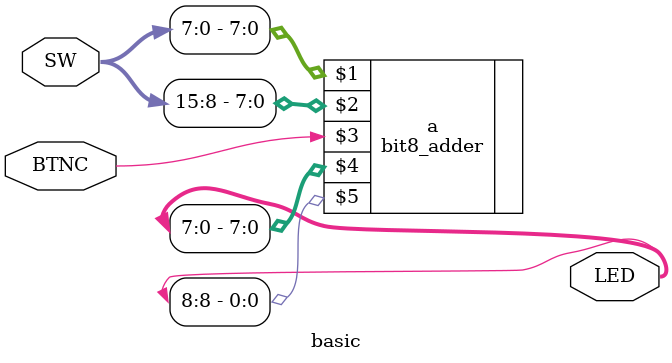
<source format=v>
module basic(
             input BTNC,
             input [15:0] SW,
             output [8:0] LED
             );
   bit8_adder a(SW[7:0], SW[15:8], BTNC, LED[7:0], LED[8]);
endmodule // basic

</source>
